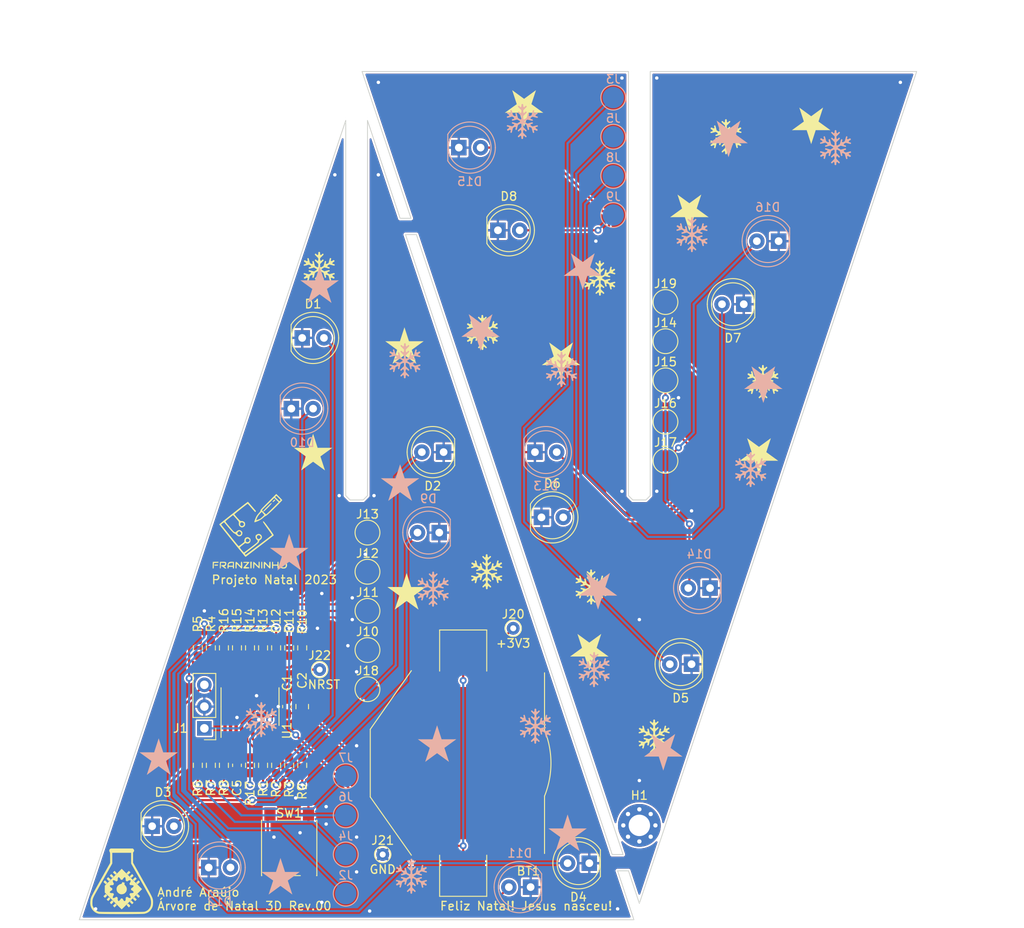
<source format=kicad_pcb>
(kicad_pcb (version 20221018) (generator pcbnew)
  (title_block (title "Projeto Natal 2023 - Árvore de Natal 3D") (date "2023-11-20") (rev "01") (company "Franzininho /  Mechatronix Lab") (comment 1 "Eng. André A. M. Araújo"))
  (layers (0 "F.Cu" signal) (31 "B.Cu" signal) (34 "B.Paste" user) (35 "F.Paste" user) (36 "B.SilkS" user "B.Silkscreen") (37 "F.SilkS" user "F.Silkscreen") (38 "B.Mask" user) (39 "F.Mask" user) (44 "Edge.Cuts" user))
  (net 0 "")
  (net 1 "+3V3")
  (net 2 "GND")
  (net 3 "LED1")
  (net 4 "Net-(U1-NRST{slash}PD7)")
  (net 5 "LED2")
  (net 6 "SWIO")
  (net 7 "LED3")
  (net 8 "Net-(U1-OSC_IN{slash}PA1)")
  (net 9 "LED4")
  (net 10 "Net-(U1-OSC_OUT{slash}PA2)")
  (net 11 "LED5")
  (net 12 "Net-(U1-PD0)")
  (net 13 "LED6")
  (net 14 "Net-(U1-PC3)")
  (net 15 "LED7")
  (net 16 "Net-(U1-PC4)")
  (net 17 "LED8")
  (net 18 "Net-(U1-PC5)")
  (net 19 "LED9")
  (net 20 "Net-(U1-PC6)")
  (net 21 "LED10")
  (net 22 "Net-(U1-PC7)")
  (net 23 "Net-(U1-PC0)")
  (net 24 "LED11")
  (net 25 "Net-(U1-PD2)")
  (net 26 "LED12")
  (net 27 "Net-(U1-PD3)")
  (net 28 "LED13")
  (net 29 "Net-(U1-PD4)")
  (net 30 "LED14")
  (net 31 "Net-(U1-PD5)")
  (net 32 "LED15")
  (net 33 "Net-(U1-PD6)")
  (net 34 "LED16")
  (net 35 "Net-(U1-PC1)")
  (net 36 "Net-(U1-PC2)")
  (net 37 "Net-(D5-A)")
  (net 38 "Net-(D6-A)")
  (net 39 "Net-(D7-A)")
  (net 40 "Net-(D8-A)")
  (net 41 "Net-(D13-A)")
  (net 42 "Net-(D14-A)")
  (net 43 "Net-(D15-A)")
  (net 44 "Net-(D16-A)")
  (footprint "TestPoint:TestPoint_Pad_D2.5mm" (layer "F.Cu") (at 185.928 78.994)
    (fp_text reference "J16")
    (fp_text value "TestPoint")
  )
  (footprint "Resistor_SMD:R_0603_1608Metric_Pad0.98x0.95mm_HandSolder" (layer "F.Cu") (at 137.414 119.126 90)
    (fp_text reference "R17")
    (fp_text value "10K")
  )
  (footprint "LED_THT:LED_D5.0mm" (layer "F.Cu") (at 143.505 69.215)
    (fp_text reference "D1")
    (fp_text value "LED R")
  )
  (footprint "LOGO" (layer "F.Cu") (at 178.308 62.23)
    (fp_text reference "G***" hide)
    (fp_text value "LOGO" hide)
  )
  (footprint "Resistor_SMD:R_0603_1608Metric_Pad0.98x0.95mm_HandSolder" (layer "F.Cu") (at 135.89 105.41 90)
    (fp_text reference "R15")
    (fp_text value "1K")
  )
  (footprint "TestPoint:TestPoint_Pad_D2.5mm" (layer "F.Cu") (at 151.13 105.664)
    (fp_text reference "J10")
    (fp_text value "TestPoint")
  )
  (footprint "LED_THT:LED_D5.0mm" (layer "F.Cu") (at 125.984 126.238)
    (fp_text reference "D3")
    (fp_text value "LED B")
  )
  (footprint "Capacitor_SMD:C_0603_1608Metric_Pad1.08x0.95mm_HandSolder" (layer "F.Cu") (at 141.732 112.268 -90)
    (fp_text reference "C1")
    (fp_text value "100nF")
  )
  (footprint "LOGO" (layer "F.Cu") (at 155.702 98.806)
    (fp_text reference "G***" hide)
    (fp_text value "LOGO" hide)
  )
  (footprint "Resistor_SMD:R_0603_1608Metric_Pad0.98x0.95mm_HandSolder" (layer "F.Cu") (at 141.986 105.41 90)
    (fp_text reference "R11")
    (fp_text value "1K")
  )
  (footprint "LED_THT:LED_D5.0mm" (layer "F.Cu") (at 195.072 65.278 180)
    (fp_text reference "D7")
    (fp_text value "LED B")
  )
  (footprint "LOGO" (layer "F.Cu") (at 202.946 44.45 180)
    (fp_text reference "G***" hide)
    (fp_text value "LOGO" hide)
  )
  (footprint "TestPoint:TestPoint_Pad_D2.5mm" (layer "F.Cu") (at 151.13 110.236)
    (fp_text reference "J18")
    (fp_text value "TestPoint")
  )
  (footprint "Resistor_SMD:R_0603_1608Metric_Pad0.98x0.95mm_HandSolder" (layer "F.Cu") (at 134.366 105.41 90)
    (fp_text reference "R16")
    (fp_text value "1K")
  )
  (footprint "Resistor_SMD:R_0603_1608Metric_Pad0.98x0.95mm_HandSolder" (layer "F.Cu") (at 134.366 119.126 90)
    (fp_text reference "R8")
    (fp_text value "1K")
  )
  (footprint "Battery:BatteryHolder_Keystone_3002_1x2032" (layer "F.Cu") (at 162.306 118.872 -90)
    (fp_text reference "BT1")
    (fp_text value "Battery_Cell")
  )
  (footprint "TestPoint:TestPoint_Pad_D2.5mm" (layer "F.Cu") (at 185.928 74.168)
    (fp_text reference "J15")
    (fp_text value "TestPoint")
  )
  (footprint "LOGO" (layer "F.Cu") (at 184.658 115.824)
    (fp_text reference "G***" hide)
    (fp_text value "LOGO" hide)
  )
  (footprint "TestPoint:TestPoint_THTPad_D1.5mm_Drill0.7mm" (layer "F.Cu") (at 145.542 107.95)
    (fp_text reference "J22")
    (fp_text value "NRST")
  )
  (footprint "Resistor_SMD:R_0603_1608Metric_Pad0.98x0.95mm_HandSolder" (layer "F.Cu") (at 132.842 105.41 -90)
    (fp_text reference "R4")
    (fp_text value "1K")
  )
  (footprint "Resistor_SMD:R_0603_1608Metric_Pad0.98x0.95mm_HandSolder" (layer "F.Cu") (at 138.938 105.41 90)
    (fp_text reference "R13")
    (fp_text value "1K")
  )
  (footprint "Resistor_SMD:R_0603_1608Metric_Pad0.98x0.95mm_HandSolder" (layer "F.Cu") (at 131.318 119.126 90)
    (fp_text reference "R6")
    (fp_text value "1K")
  )
  (footprint "LED_THT:LED_D5.0mm" (layer "F.Cu") (at 166.365 56.642)
    (fp_text reference "D8")
    (fp_text value "LED Y")
  )
  (footprint "TestPoint:TestPoint_Pad_D2.5mm" (layer "F.Cu") (at 151.13 101.092)
    (fp_text reference "J11")
    (fp_text value "TestPoint")
  )
  (footprint "LOGO" (layer "F.Cu") (at 164.592 68.58)
    (fp_text reference "G***" hide)
    (fp_text value "LOGO" hide)
  )
  (footprint "LED_THT:LED_D5.0mm" (layer "F.Cu") (at 177.038 130.556 180)
    (fp_text reference "D4")
    (fp_text value "LED Y")
  )
  (footprint "LED_THT:LED_D5.0mm" (layer "F.Cu") (at 160.02 82.55 180)
    (fp_text reference "D2")
    (fp_text value "LED G")
  )
  (footprint "LOGO" (layer "F.Cu") (at 177.038 105.918 180)
    (fp_text reference "G***" hide)
    (fp_text value "LOGO" hide)
  )
  (footprint "LED_THT:LED_D5.0mm" (layer "F.Cu") (at 171.45 90.17)
    (fp_text reference "D6")
    (fp_text value "LED G")
  )
  (footprint "Button_Switch_SMD:SW_Push_1P1T_NO_6x6mm_H9.5mm" (layer "F.Cu") (at 141.986 128.778 -90)
    (fp_text reference "SW1")
    (fp_text value "SW_Push")
  )
  (footprint "Resistor_SMD:R_0603_1608Metric_Pad0.98x0.95mm_HandSolder" (layer "F.Cu") (at 138.938 119.126 90)
    (fp_text reference "R1")
    (fp_text value "1K")
  )
  (footprint "TestPoint:TestPoint_Pad_D2.5mm" (layer "F.Cu") (at 151.13 96.52)
    (fp_text reference "J12")
    (fp_text value "TestPoint")
  )
  (footprint "Connector_PinHeader_2.54mm:PinHeader_1x03_P2.54mm_Vertical" (layer "F.Cu") (at 132.08 114.808 180)
    (fp_text reference "J1")
    (fp_text value "Conn_01x03_Pin")
  )
  (footprint "Resistor_SMD:R_0603_1608Metric_Pad0.98x0.95mm_HandSolder" (layer "F.Cu") (at 140.462 105.41 90)
    (fp_text reference "R12")
    (fp_text value "1K")
  )
  (footprint "LOGO" (layer "F.Cu") (at 137.414 91.948)
    (fp_text reference "G***" hide)
    (fp_text value "LOGO" hide)
  )
  (footprint "LOGO" (layer "F.Cu") (at 188.722 54.61 180)
    (fp_text reference "G***" hide)
    (fp_text value "LOGO" hide)
  )
  (footprint "LOGO" (layer "F.Cu") (at 145.542 61.214)
    (fp_text reference "G***" hide)
    (fp_text value "LOGO" hide)
  )
  (footprint "TestPoint:TestPoint_Pad_D2.5mm" (layer "F.Cu") (at 185.928 69.596)
    (fp_text reference "J14")
    (fp_text value "TestPoint")
  )
  (footprint "Capacitor_SMD:C_0805_2012Metric_Pad1.18x1.45mm_HandSolder" (layer "F.Cu") (at 143.51 112.268 90)
    (fp_text reference "C2")
    (fp_text value "10uF")
  )
  (footprint "LOGO" (layer "F.Cu") (at 196.85 83.058 180)
    (fp_text reference "G***" hide)
    (fp_text value "LOGO" hide)
  )
  (footprint "Resistor_SMD:R_0603_1608Metric_Pad0.98x0.95mm_HandSolder" (layer "F.Cu") (at 131.318 105.41 -90)
    (fp_text reference "R5")
    (fp_text value "1K")
  )
  (footprint "LOGO" (layer "F.Cu") (at 155.448 70.104)
    (fp_text reference "G***" hide)
    (fp_text value "LOGO" hide)
  )
  (footprint "LOGO" (layer "F.Cu") (at 169.418 42.418 180)
    (fp_text reference "G***" hide)
    (fp_text value "LOGO" hide)
  )
  (footprint "LOGO" (layer "F.Cu") (at 173.736 71.882 180)
    (fp_text reference "G***" hide)
    (fp_text value "LOGO" hide)
  )
  (footprint "Package_SO:TSSOP-20_4.4x6.5mm_P0.65mm" (layer "F.Cu") (at 137.414 112.268 90)
    (fp_text reference "U1")
    (fp_text value "CH32V003F4P6")
  )
  (footprint "Resistor_SMD:R_0603_1608Metric_Pad0.98x0.95mm_HandSolder" (layer "F.Cu") (at 140.462 119.126 90)
    (fp_text reference "R2")
    (fp_text value "1K")
  )
  (footprint "Resistor_SMD:R_0603_1608Metric_Pad0.98x0.95mm_HandSolder" (layer "F.Cu") (at 141.986 119.126 90)
    (fp_text reference "R3")
    (fp_text value "1K")
  )
  (footprint "LOGO" (layer "F.Cu") (at 177.292 98.298)
    (fp_text reference "G***" hide)
    (fp_text value "LOGO" hide)
  )
  (footprint "Resistor_SMD:R_0603_1608Metric_Pad0.98x0.95mm_HandSolder" (layer "F.Cu") (at 132.842 119.126 90)
    (fp_text reference "R7")
    (fp_text value "1K")
  )
  (footprint "TestPoint:TestPoint_Pad_D2.5mm" (layer "F.Cu") (at 185.928 83.566)
    (fp_text reference "J17")
    (fp_text value "TestPoint")
  )
  (footprint "TestPoint:TestPoint_THTPad_D1.5mm_Drill0.7mm" (layer "F.Cu") (at 152.908 129.54)
    (fp_text reference "J21")
    (fp_text value "GND")
  )
  (footprint "TestPoint:TestPoint_Pad_D2.5mm" (layer "F.Cu") (at 185.928 65.024)
    (fp_text reference "J19")
    (fp_text value "TestPoint")
  )
  (footprint "Resistor_SMD:R_0603_1608Metric_Pad0.98x0.95mm_HandSolder" (layer "F.Cu") (at 143.51 119.126 -90)
    (fp_text reference "R9")
    (fp_text value "1K")
  )
  (footprint "LED_THT:LED_D5.0mm" (layer "F.Cu") (at 188.976 107.315 180)
    (fp_text reference "D5")
    (fp_text value "LED R")
  )
  (footprint "Resistor_SMD:R_0603_1608Metric_Pad0.98x0.95mm_HandSolder" (layer "F.Cu") (at 143.51 105.41 90)
    (fp_text reference "R10")
    (fp_text value "1K")
  )
  (footprint "LOGO" (layer "F.Cu") (at 193.04 45.72)
    (fp_text reference "G***" hide)
    (fp_text value "LOGO" hide)
  )
  (footprint "LOGO" (layer "F.Cu") (at 197.358 74.422)
    (fp_text reference "G***" hide)
    (fp_text value "LOGO" hide)
  )
  (footprint "TestPoint:TestPoint_THTPad_D1.5mm_Drill0.7mm" (layer "F.Cu") (at 168.148 103.124)
    (fp_text reference "J20")
    (fp_text value "+3V3")
  )
  (footprint "TestPoint:TestPoint_Pad_D2.5mm" (layer "F.Cu") (at 151.13 91.948)
    (fp_text reference "J13")
    (fp_text value "TestPoint")
  )
  (footprint "MountingHole:MountingHole_2.5mm_Pad_Via" (layer "F.Cu") (at 182.88 126.141)
    (fp_text reference "H1")
    (fp_text value "MountingHole")
  )
  (footprint "LOGO" (layer "F.Cu") (at 165.1 96.52)
    (fp_text reference "G***" hide)
    (fp_text value "LOGO" hide)
  )
  (footprint "Capacitor_SMD:C_0603_1608Metric_Pad1.08x0.95mm_HandSolder" (layer "F.Cu") (at 135.89 119.126 90)
    (fp_text reference "C5")
    (fp_text value "100nF")
  )
  (footprint "LOGO" (layer "F.Cu") (at 144.78 82.55)
    (fp_text reference "G***" hide)
    (fp_text value "LOGO" hide)
  )
  (footprint "LOGO" (layer "F.Cu") (at 122.428 133.096)
    (fp_text reference "G***" hide)
    (fp_text value "LOGO" hide)
  )
  (footprint "Resistor_SMD:R_0603_1608Metric_Pad0.98x0.95mm_HandSolder" (layer "F.Cu") (at 137.414 105.41 90)
    (fp_text reference "R14")
    (fp_text value "1K")
  )
  (footprint "LOGO" (layer "B.Cu") (at 177.546 107.95 180)
    (fp_text reference "G***" hide)
    (fp_text value "LOGO" hide)
  )
  (footprint "LOGO" (layer "B.Cu") (at 145.542 62.992 180)
    (fp_text reference "G***" hide)
    (fp_text value "LOGO" hide)
  )
  (footprint "LOGO" (layer "B.Cu") (at 126.746 118.11 180)
    (fp_text reference "G***" hide)
    (fp_text value "LOGO" hide)
  )
  (footprint "LOGO" (layer "B.Cu") (at 141.986 94.234 180)
    (fp_text reference "G***" hide)
    (fp_text value "LOGO" hide)
  )
  (footprint "TestPoint:TestPoint_Pad_D2.5mm" (layer "B.Cu") (at 179.832 54.864 180)
    (fp_text reference "J9")
    (fp_text value "TestPoint")
  )
  (footprint "LOGO" (layer "B.Cu") (at 205.74 46.99 180)
    (fp_text reference "G***" hide)
    (fp_text value "LOGO" hide)
  )
  (footprint "LOGO" (layer "B.Cu") (at 156.21 132.08 180)
    (fp_text reference "G***" hide)
    (fp_text value "LOGO" hide)
  )
  (footprint "LOGO" (layer "B.Cu") (at 159.258 116.586 180)
    (fp_text reference "G***" hide)
    (fp_text value "LOGO" hide)
  )
  (footprint "LOGO" (layer "B.Cu") (at 197.358 74.676)
    (fp_text reference "G***" hide)
    (fp_text value "LOGO" hide)
  )
  (footprint "LOGO" (layer "B.Cu") (at 185.674 117.602)
    (fp_text reference "G***" hide)
    (fp_text value "LOGO" hide)
  )
  (footprint "TestPoint:TestPoint_Pad_D2.5mm" (layer "B.Cu") (at 148.59 120.396 180)
    (fp_text reference "J7")
    (fp_text value "TestPoint")
  )
  (footprint "LOGO" (layer "B.Cu") (at 173.736 72.898 180)
    (fp_text reference "G***" hide)
    (fp_text value "LOGO" hide)
  )
  (footprint "TestPoint:TestPoint_Pad_D2.5mm" (layer "B.Cu") (at 148.59 124.968 180)
    (fp_text reference "J6")
    (fp_text value "TestPoint")
  )
  (footprint "LOGO" (layer "B.Cu") (at 155.448 71.882 180)
    (fp_text reference "G***" hide)
    (fp_text value "LOGO" hide)
  )
  (footprint "TestPoint:TestPoint_Pad_D2.5mm" (layer "B.Cu") (at 179.832 50.292 180)
    (fp_text reference "J8")
    (fp_text value "TestPoint")
  )
  (footprint "LED_THT:LED_D5.0mm" (layer "B.Cu") (at 170.688 82.55)
    (fp_text reference "D13")
    (fp_text value "LED R")
  )
  (footprint "LED_THT:LED_D5.0mm" (layer "B.Cu") (at 132.588 131.064)
    (fp_text reference "D12")
    (fp_text value "LED Y")
  )
  (footprint "LED_THT:LED_D5.0mm" (layer "B.Cu") (at 191.135 98.425 180)
    (fp_text reference "D14")
    (fp_text value "LED G")
  )
  (footprint "LOGO" (layer "B.Cu") (at 140.97 132.08 180)
    (fp_text reference "G***" hide)
    (fp_text value "LOGO" hide)
  )
  (footprint "TestPoint:TestPoint_Pad_D2.5mm" (layer "B.Cu") (at 148.59 129.54 180)
    (fp_text reference "J4")
    (fp_text value "TestPoint")
  )
  (footprint "LOGO" (layer "B.Cu") (at 195.834 84.582 180)
    (fp_text reference "G***" hide)
    (fp_text value "LOGO" hide)
  )
  (footprint "LED_THT:LED_D5.0mm" (layer "B.Cu") (at 199.141 57.912 180)
    (fp_text reference "D16")
    (fp_text value "LED Y")
  )
  (footprint "LED_THT:LED_D5.0mm" (layer "B.Cu") (at 161.798 46.99)
    (fp_text reference "D15")
    (fp_text value "LED B")
  )
  (footprint "TestPoint:TestPoint_Pad_D2.5mm" (layer "B.Cu") (at 148.59 134.112 180)
    (fp_text reference "J2")
    (fp_text value "TestPoint")
  )
  (footprint "LOGO" (layer "B.Cu") (at 158.75 98.552 180)
    (fp_text reference "G***" hide)
    (fp_text value "LOGO" hide)
  )
  (footprint "LOGO" (layer "B.Cu") (at 170.688 114.554 180)
    (fp_text reference "G***" hide)
    (fp_text value "LOGO" hide)
  )
  (footprint "LED_THT:LED_D5.0mm" (layer "B.Cu") (at 170.18 133.35 180)
    (fp_text reference "D11")
    (fp_text value "LED B")
  )
  (footprint "LOGO" (layer "B.Cu") (at 164.338 68.58)
    (fp_text reference "G***" hide)
    (fp_text value "LOGO" hide)
  )
  (footprint "LOGO" (layer "B.Cu") (at 169.164 43.942 180)
    (fp_text reference "G***" hide)
    (fp_text value "LOGO" hide)
  )
  (footprint "TestPoint:TestPoint_Pad_D2.5mm" (layer "B.Cu") (at 179.832 41.148 180)
    (fp_text reference "J3")
    (fp_text value "TestPoint")
  )
  (footprint "TestPoint:TestPoint_Pad_D2.5mm" (layer "B.Cu") (at 179.832 45.72 180)
    (fp_text reference "J5")
    (fp_text value "TestPoint")
  )
  (footprint "LED_THT:LED_D5.0mm" (layer "B.Cu") (at 142.24 77.47)
    (fp_text reference "D10")
    (fp_text value "LED G")
  )
  (footprint "LOGO" (layer "B.Cu") (at 174.498 127 180)
    (fp_text reference "G***" hide)
    (fp_text value "LOGO" hide)
  )
  (footprint "LOGO" (layer "B.Cu") (at 193.294 45.974)
    (fp_text reference "G***" hide)
    (fp_text value "LOGO" hide)
  )
  (footprint "LOGO" (layer "B.Cu") (at 154.94 86.106 180)
    (fp_text reference "G***" hide)
    (fp_text value "LOGO" hide)
  )
  (footprint "LOGO" (layer "B.Cu") (at 178.054 98.806)
    (fp_text reference "G***" hide)
    (fp_text value "LOGO" hide)
  )
  (footprint "LED_THT:LED_D5.0mm" (layer "B.Cu") (at 159.512 91.948 180)
    (fp_text reference "D9")
    (fp_text value "LED R")
  )
  (footprint "LOGO" (layer "B.Cu") (at 176.276 61.468)
    (fp_text reference "G***" hide)
    (fp_text value "LOGO" hide)
  )
  (footprint "LOGO" (layer "B.Cu") (at 188.976 57.15 180)
    (fp_text reference "G***" hide)
    (fp_text value "LOGO" hide)
  )
  (footprint "LOGO" (layer "B.Cu") (at 138.684 113.792 180)
    (fp_text reference "G***" hide)
    (fp_text value "LOGO" hide)
  )
  (gr_poly (pts (xy 155.575 57.15) (xy 156.845 57.15) (xy 180.975 129.54) (xy 179.705 129.54)) (stroke (width 0.1)) (fill none) (layer "Edge.Cuts"))
  (gr_poly (pts (xy 181.61 131.445) (xy 180.34 131.445) (xy 182.245 137.16) (xy 117.475 137.16) (xy 148.59 43.815) (xy 148.59 87.63) (xy 149.098 88.138) (xy 150.622 88.138) (xy 151.13 87.63) (xy 151.13 43.815) (xy 154.94 55.245) (xy 156.21 55.245) (xy 150.495 38.1) (xy 181.61 38.1) (xy 181.61 87.63) (xy 182.118 88.138) (xy 183.642 88.138) (xy 184.15 87.63) (xy 184.15 38.1) (xy 215.265 38.1) (xy 182.88 135.255)) (stroke (width 0.1)) (fill none) (layer "Edge.Cuts"))
  (gr_text "Feliz Natal! Jesus nasceu!" (at 159.512 136.144) (layer "F.SilkS") (effects (font (size 1 1)) (justify left bottom)))
  (gr_text "André Araújo\nÁrvore de Natal 3D Rev.00" (at 126.492 136.144) (layer "F.SilkS") (effects (font (size 1 1)) (justify left bottom)))
  (gr_text "Projeto Natal 2023" (at 132.842 98.044) (layer "F.SilkS") (effects (font (size 1 1)) (justify left bottom)))
  (segment (start 167.232 104.04) (end 168.148 103.124) (width 0.25) (layer "F.Cu") (net 1))
  (segment (start 163.068 104.04) (end 167.232 104.04) (width 0.25) (layer "F.Cu") (net 1))
  (segment (start 151.892 120.524396) (end 144.397604 113.03) (width 0.25) (layer "F.Cu") (net 1))
  (segment (start 140.462 113.03) (end 139.7 113.792) (width 0.25) (layer "F.Cu") (net 1))
  (segment (start 162.306 131.672) (end 162.306 128.524) (width 0.25) (layer "F.Cu") (net 1))
  (segment (start 151.892 122.682) (end 151.892 120.524396) (width 0.25) (layer "F.Cu") (net 1))
  (segment (start 139.689 113.803) (end 139.689 115.1305) (width 0.25) (layer "F.Cu") (net 1))
  (segment (start 162.306 109.22) (end 162.306 106.072) (width 0.25) (layer "F.Cu") (net 1))
  (segment (start 162.306 128.524) (end 157.734 128.524) (width 0.25) (layer "F.Cu") (net 1))
  (segment (start 137.414 121.412) (end 137.414 120.0385) (width 0.25) (layer "F.Cu") (net 1))
  (segment (start 157.734 128.524) (end 151.892 122.682) (width 0.25) (layer "F.Cu") (net 1))
  (segment (start 139.7 113.792) (end 139.689 113.803) (width 0.25) (layer "F.Cu") (net 1))
  (segment (start 144.397604 113.03) (end 140.462 113.03) (width 0.25) (layer "F.Cu") (net 1))
  (via (at 162.306 128.524) (size 0.8) (drill 0.4) (layers "F.Cu" "B.Cu") (net 1))
  (via (at 137.414 121.412) (size 0.8) (drill 0.4) (layers "F.Cu" "B.Cu") (net 1))
  (via (at 139.7 113.792) (size 0.8) (drill 0.4) (layers "F.Cu" "B.Cu") (net 1))
  (via (at 162.306 109.22) (size 0.8) (drill 0.4) (layers "F.Cu" "B.Cu") (net 1))
  (segment (start 138.938 113.03) (end 139.7 113.792) (width 0.25) (layer "B.Cu") (net 1))
  (segment (start 162.306 128.524) (end 162.306 109.22) (width 0.25) (layer "B.Cu") (net 1))
  (segment (start 132.08 114.808) (end 136.144 114.808) (width 0.25) (layer "B.Cu") (net 1))
  (segment (start 137.922 113.03) (end 138.938 113.03) (width 0.25) (layer "B.Cu") (net 1))
  (segment (start 137.414 121.412) (end 137.414 116.078) (width 0.25) (layer "B.Cu") (net 1))
  (segment (start 137.414 116.078) (end 139.7 113.792) (width 0.25) (layer "B.Cu") (net 1))
  (segment (start 136.144 114.808) (end 137.922 113.03) (width 0.25) (layer "B.Cu") (net 1))
  (segment (start 143.256 111.2305) (end 143.5315 111.506) (width 0.25) (layer "F.Cu") (net 2))
  (segment (start 142.24 73.396) (end 142.24 85.344) (width 0.25) (layer "F.Cu") (net 2))
  (segment (start 140.716 111.506) (end 142.9805 111.506) (width 0.25) (layer "F.Cu") (net 2))
  (segment (start 169.164 136.144) (end 170.18 135.128) (width 0.25) (layer "F.Cu") (net 2))
  (segment (start 170.688 82.55) (end 170.688 64.262) (width 0.25) (layer "F.Cu") (net 2))
  (segment (start 146.055 89.159) (end 156.967 89.159) (width 0.25) (layer "F.Cu") (net 2))
  (segment (start 199.141 59.7485) (end 199.141 57.912) (width 0.25) (layer "F.Cu") (net 2))
  (segment (start 132.588 133.604) (end 135.128 136.144) (width 0.25) (layer "F.Cu") (net 2))
  (segment (start 154.686 57.15) (end 155.194 56.642) (width 0.25) (layer "F.Cu") (net 2))
  (segment (start 143.505 69.215) (end 143.505 72.131) (width 0.25) (layer "F.Cu") (net 2))
  (segment (start 195.072 63.8175) (end 199.141 59.7485) (width 0.25) (layer "F.Cu") (net 2))
  (segment (start 143.5315 111.506) (end 143.7855 111.252) (width 0.25) (layer "F.Cu") (net 2))
  (segment (start 151.13 110.236) (end 150.114 111.252) (width 0.25) (layer "F.Cu") (net 2))
  (segment (start 170.688 85.598) (end 171.45 86.36) (width 0.25) (layer "F.Cu") (net 2))
  (segment (start 162.56 115.47) (end 162.46 115.57) (width 0.25) (layer "F.Cu") (net 2))
  (segment (start 158.237 89.159) (end 156.967 89.159) (width 0.25) (layer "F.Cu") (net 2))
  (segment (start 191.135 98.425) (end 191.135 96.139) (width 0.25) (layer "F.Cu") (net 2))
  (segment (start 177.038 126.238) (end 176.022 125.222) (width 0.25) (layer "F.Cu") (net 2))
  (segment (start 135.128 136.144) (end 151.384 136.144) (width 0.25) (layer "F.Cu") (net 2))
  (segment (start 151.384 136.144) (end 169.164 136.144) (width 0.25) (layer "F.Cu") (net 2))
  (segment (start 191.135 102.489) (end 191.135 98.425) (width 0.25) (layer "F.Cu") (net 2))
  (segment (start 151.13 110.236) (end 159.512 101.854) (width 0.25) (layer "F.Cu") (net 2))
  (segment (start 195.072 65.278) (end 195.072 63.8175) (width 0.25) (layer "F.Cu") (net 2))
  (segment (start 177.038 130.556) (end 177.038 126.238) (width 0.25) (layer "F.Cu") (net 2))
  (segment (start 160.02 80.518) (end 154.686 75.184) (width 0.25) (layer "F.Cu") (net 2))
  (segment (start 149.352 115.57) (end 145.034 111.252) (width 0.25) (layer "F.Cu") (net 2))
  (segment (start 143.505 72.131) (end 142.24 73.396) (width 0.25) (layer "F.Cu") (net 2))
  (segment (start 195.072 67.564) (end 195.072 65.278) (width 0.25) (layer "F.Cu") (net 2))
  (segment (start 154.686 75.184) (end 154.686 57.15) (width 0.25) (layer "F.Cu") (net 2))
  (segment (start 188.976 107.315) (end 188.976 104.648) (width 0.25) (layer "F.Cu") (net 2))
  (segment (start 150.114 111.252) (end 143.7855 111.252) (width 0.25) (layer "F.Cu") (net 2))
  (segment (start 138.43 113.792) (end 140.716 111.506) (width 0.25) (layer "F.Cu") (net 2))
  (segment (start 191.262 70.358) (end 189.992 69.088) (width 0.25) (layer "F.Cu") (net 2))
  (segment (start 171.704 125.222) (end 171.704 124.714) (width 0.25) (layer "F.Cu") (net 2))
  (segment (start 180.34 96.012) (end 175.514 96.012) (width 0.25) (layer "F.Cu") (net 2))
  (segment (start 171.704 129.794) (end 171.704 125.222) (width 0.25) (layer "F.Cu") (net 2))
  (segment (start 159.512 90.424) (end 159.512 91.948) (width 0.25) (layer "F.Cu") (net 2))
  (segment (start 193.548 69.088) (end 195.072 67.564) (width 0.25) (layer "F.Cu") (net 2))
  (segment (start 191.135 96.139) (end 191.262 96.012) (width 0.25) (layer "F.Cu") (net 2))
  (segment (start 171.704 124.714) (end 162.56 115.57) (width 0.25) (layer "F.Cu") (net 2))
  (segment (start 160.02 82.55) (end 160.02 87.376) (width 0.25) (layer "F.Cu") (net 2))
  (segment (start 170.688 82.55) (end 170.688 85.598) (width 0.25) (layer "F.Cu") (net 2))
  (segment (start 159.512 101.854) (end 159.512 91.948) (width 0.25) (layer "F.Cu") (net 2))
  (segment (start 189.992 69.088) (end 188.087 67.183) (width 0.25) (layer "F.Cu") (net 2))
  (segment (start 156.967 89.159) (end 158.247 89.159) (width 0.25) (layer "F.Cu") (net 2))
  (segment (start 166.365 54.097) (end 161.798 49.53) (width 0.25) (layer "F.Cu") (net 2))
  (segment (start 170.688 64.262) (end 166.365 59.939) (width 0.25) (layer "F.Cu") (net 2))
  (segment (start 191.262 96.012) (end 191.262 70.358) (width 0.25) (layer "F.Cu") (net 2))
  (segment (start 170.18 135.128) (end 170.18 133.35) (width 0.25) (layer "F.Cu") (net 2))
  (segment (start 160.02 82.55) (end 160.02 80.518) (width 0.25) (layer "F.Cu") (net 2))
  (segment (start 171.45 91.948) (end 171.45 90.17) (width 0.25) (layer "F.Cu") (net 2))
  (segment (start 142.24 85.344) (end 146.055 89.159) (width 0.25) (layer "F.Cu") (net 2))
  (segment (start 158.247 89.159) (end 159.512 90.424) (width 0.25) (layer "F.Cu") (net 2))
  (segment (start 162.56 115.57) (end 162.56 115.47) (width 0.25) (layer "F.Cu") (net 2))
  (segment (start 185.928 65.024) (end 188.087 67.183) (width 0.25) (layer "F.Cu") (net 2))
  (segment (start 170.18 133.35) (end 170.18 131.318) (width 0.25) (layer "F.Cu") (net 2))
  (segment (start 138.389 113.833) (end 138.43 113.792) (width 0.25) (layer "F.Cu") (net 2))
  (segment (start 188.976 104.648) (end 191.135 102.489) (width 0.25) (layer "F.Cu") (net 2))
  (segment (start 135.89 121.412) (end 135.89 119.9885) (width 0.25) (layer "F.Cu") (net 2))
  (segment (start 170.18 131.318) (end 171.704 129.794) (width 0.25) (layer "F.Cu") (net 2))
  (segment (start 166.365 59.939) (end 166.365 54.097) (width 0.25) (layer "F.Cu") (net 2))
  (segment (start 162.46 115.57) (end 149.352 115.57) (width 0.25) (layer "F.Cu") (net 2))
  (segment (start 171.45 86.36) (end 171.45 90.17) (width 0.25) (layer "F.Cu") (net 2))
  (segment (start 176.022 125.222) (end 171.704 125.222) (width 0.25) (layer "F.Cu") (net 2))
  (segment (start 155.194 56.642) (end 166.365 56.642) (width 0.25) (layer "F.Cu") (net 2))
  (segment (start 175.514 96.012) (end 171.45 91.948) (width 0.25) (layer "F.Cu") (net 2))
  (segment (start 132.588 131.064) (end 132.588 133.604) (width 0.25) (layer "F.Cu") (net 2))
  (segment (start 138.389 115.1305) (end 138.389 113.833) (width 0.25) (layer "F.Cu") (net 2))
  (segment (start 160.02 87.376) (end 158.237 89.159) (width 0.25) (layer "F.Cu") (net 2))
  (segment (start 161.798 49.53) (end 161.798 46.99) (width 0.25) (layer "F.Cu") (net 2))
  (segment (start 145.034 111.252) (end 143.7855 111.252) (width 0.25) (layer "F.Cu") (net 2))
  (segment (start 189.992 69.088) (end 193.548 69.088) (width 0.25) (layer "F.Cu") (net 2))
  (segment (start 188.976 104.648) (end 180.34 96.012) (width 0.25) (layer "F.Cu") (net 2))
  (segment (start 142.9805 111.506) (end 143.256 111.2305) (width 0.25) (layer "F.Cu") (net 2))
  (via (at 142.748 122.936) (size 0.8) (drill 0.4) (layers "F.Cu" "B.Cu") (net 2))
  (via (at 119.38 135.89) (size 0.8) (drill 0.4) (layers "F.Cu" "B.Cu") (net 2))
  (via (at 182.88 102.108) (size 0.8) (drill 0.4) (layers "F.Cu" "B.Cu") (net 2))
  (via (at 149.86 127.508) (size 0.8) (drill 0.4) (layers "F.Cu" "B.Cu") (net 2))
  (via (at 149.86 131.572) (size 0.8) (drill 0.4) (layers "F.Cu" "B.Cu") (net 2))
  (via (at 147.32 50.165) (size 0.8) (drill 0.4) (layers "F.Cu" "B.Cu") (net 2))
  (via (at 151.384 136.144) (size 0.8) (drill 0.4) (layers "F.Cu" "B.Cu") (net 2))
  (via (at 180.852299 87.122) (size 0.8) (drill 0.4) (layers "F.Cu" "B.Cu") (net 2))
  (via (at 138.43 113.792) (size 0.8) (drill 0.4) (layers "F.Cu" "B.Cu") (net 2))
  (via (at 149.352 102.108) (size 0.8) (drill 0.4) (layers "F.Cu" "B.Cu") (net 2))
  (via (at 132.08 101.092) (size 0.8) (drill 0.4) (layers "F.Cu" "B.Cu") (net 2))
  (via (at 143.256 127) (size 0.8) (drill 0.4) (layers "F.Cu" "B.Cu") (net 2))
  (via (at 140.716 112.268) (size 0.8) (drill 0.4) (layers "F.Cu" "B.Cu") (net 2))
  (via (at 138.176 110.998) (size 0.8) (drill 0.4) (layers "F.Cu" "B.Cu") (net 2))
  (via (at 149.86 116.84) (size 0.8) (drill 0.4) (layers "F.Cu" "B.Cu") (net 2))
  (via (at 145.796 135.128) (size 0.8) (drill 0.4) (layers "F.Cu" "B.Cu") (net 2))
  (via (at 146.304 123.952) (size 0.8) (drill 0.4) (layers "F.Cu" "B.Cu") (net 2))
  (via (at 184.912 38.862) (size 0.8) (drill 0.4) (layers "F.Cu" "B.Cu") (net 2))
  (via (at 152.4 39.37) (size 0.8) (drill 0.4) (layers "F.Cu" "B.Cu") (net 2))
  (via (at 145.796 99.06) (size 0.8) (drill 0.4) (layers "F.Cu" "B.Cu") (net 2))
  (via (at 149.86 108.204) (size 0.8) (drill 0.4) (layers "F.Cu" "B.Cu") (net 2))
  (via (at 182.88 120.904) (size 0.8) (drill 0.4) (layers "F.Cu" "B.Cu") (net 2))
  (via (at 140.208 127.508) (size 0.8) (drill 0.4) (layers "F.Cu" "B.Cu") (net 2))
  (via (at 147.828 87.63) (size 0.8) (drill 0.4) (layers "F.Cu" "B.Cu") (net 2))
  (via (at 187.452 76.2) (size 0.8) (drill 0.4) (layers "F.Cu" "B.Cu") (net 2))
  (via (at 149.352 99.568) (size 0.8) (drill 0.4) (layers "F.Cu" "B.Cu") (net 2))
  (via (at 184.912 87.122) (size 0.8) (drill 0.4) (layers "F.Cu" "B.Cu") (net 2))
  (via (at 148.844 105.156) (size 0.8) (drill 0.4) (layers "F.Cu" "B.Cu") (net 2))
  (via (at 188.976 89.408) (size 0.8) (drill 0.4) (layers "F.Cu" "B.Cu") (net 2))
  (via (at 180.34 135.89) (size 0.8) (drill 0.4) (layers "F.Cu" "B.Cu") (net 2))
  (via (at 146.304 125.984) (size 0.8) (drill 0.4) (layers "F.Cu" "B.Cu") (net 2))
  (via (at 177.8 57.912) (size 0.8) (drill 0.4) (layers "F.Cu" "B.Cu") (net 2))
  (via (at 135.89 113.538) (size 0.8) (drill 0.4) (layers "F.Cu" "B.Cu") (net 2))
  (via (at 213.36 39.37) (size 0.8) (drill 0.4) (layers "F.Cu" "B.Cu") (net 2))
  (via (at 151.892 87.63) (size 0.8) (drill 0.4) (layers "F.Cu" "B.Cu") (net 2))
  (via (at 180.848 38.862) (size 0.8) (drill 0.4) (layers "F.Cu" "B.Cu") (net 2))
  (via (at 152.4 50.165) (size 0.8) (drill 0.4) (layers "F.Cu" "B.Cu") (net 2))
  (via (at 142.24 98.552) (size 0.8) (drill 0.4) (layers "F.Cu" "B.Cu") (net 2))
  (via (at 135.89 121.412) (size 0.8) (drill 0.4) (layers "F.Cu" "B.Cu") (net 2))
  (via (at 150.876 94.488) (size 0.8) (drill 0.4) (layers "F.Cu" "B.Cu") (net 2))
  (via (at 145.288 103.124) (size 0.8) (drill 0.4) (layers "F.Cu" "B.Cu") (net 2))
  (segment (start 135.89 121.412) (end 135.89 116.332) (width 0.25) (layer "B.Cu") (net 2))
  (segment (start 135.89 116.332) (end 138.43 113.792) (width 0.25) (layer "B.Cu") (net 2))
  (segment (start 138.938 120.0385) (end 138.938 121.412) (width 0.25) (layer "F.Cu") (net 3))
  (via (at 138.938 121.412) (size 0.8) (drill 0.4) (layers "F.Cu" "B.Cu") (net 3))
  (segment (start 138.938 121.412) (end 147.066 113.284) (width 0.25) (layer "B.Cu") (net 3))
  (segment (start 147.066 113.284) (end 147.066 70.236) (width 0.25) (layer "B.Cu") (net 3))
  (segment (start 147.066 70.236) (end 146.045 69.215) (width 0.25) (layer "B.Cu") (net 3))
  (segment (start 136.439 117.561) (end 135.89 118.11) (width 0.25) (layer "F.Cu") (net 4))
  (segment (start 140.716 110.998) (end 143.764 107.95) (width 0.25) (layer "F.Cu") (net 4))
  (segment (start 143.764 107.95) (end 145.542 107.95) (width 0.25) (layer "F.Cu") (net 4))
  (segment (start 137.414 118.2135) (end 135.94 118.2135) (width 0.25) (layer "F.Cu") (net 4))
  (segment (start 139.7 110.998) (end 140.716 110.998) (width 0.25) (layer "F.Cu") (net 4))
  (segment (start 136.439 114.259) (end 139.7 110.998) (width 0.25) (layer "F.Cu") (net 4))
  (segment (start 136.439 115.1305) (end 136.439 114.259) (width 0.25) (layer "F.Cu") (net 4))
  (segment (start 135.94 118.2135) (end 135.89 118.2635) (width 0.25) (layer "F.Cu") (net 4))
  (segment (start 135.89 118.11) (end 135.89 118.2635) (width 0.25) (layer "F.Cu") (net 4))
  (segment (start 136.439 115.1305) (end 136.439 117.561) (width 0.25) (layer "F.Cu") (net 4))
  (segment (start 140.462 120.0385) (end 140.462 121.412) (width 0.25) (layer "F.Cu") (net 5))
  (via (at 140.462 121.412) (size 0.8) (drill 0.4) (layers "F.Cu" "B.Cu") (net 5))
  (segment (start 157.353 82.55) (end 157.48 82.55) (width 0.25) (layer "B.Cu") (net 5))
  (segment (start 154.432 107.442) (end 154.432 85.471) (width 0.25) (layer "B.Cu") (net 5))
  (segment (start 154.432 85.471) (end 157.353 82.55) (width 0.25) (layer "B.Cu") (net 5))
  (segment (start 140.462 121.412) (end 154.432 107.442) (width 0.25) (layer "B.Cu") (net 5))
  (segment (start 124.46 124.714) (end 124.46 127.508) (width 0.25) (layer "F.Cu") (net 6))
  (segment (start 124.968 128.016) (end 139.483 128.016) (width 0.25) (layer "F.Cu") (net 6))
  (segment (start 135.789 110.591) (end 135.636 110.744) (width 0.25) (layer "F.Cu") (net 6))
  (segment (start 139.483 128.016) (end 139.483 125.056) (width 0.25) (layer "F.Cu") (net 6))
  (segment (start 129.794 112.014) (end 129.794 119.38) (width 0.25) (layer "F.Cu") (net 6))
  (segment (start 139.483 132.5) (end 139.736 132.753) (width 0.25) (layer "F.Cu") (net 6))
  (segment (start 135.789 109.4055) (end 135.789 110.591) (width 0.25) (layer "F.Cu") (net 6))
  (segment (start 139.483 125.056) (end 139.483 132.5) (width 0.25) (layer "F.Cu") (net 6))
  (segment (start 139.736 124.803) (end 139.483 125.056) (width 0.25) (layer "F.Cu") (net 6))
  (segment (start 132.08 109.728) (end 129.794 112.014) (width 0.25) (layer "F.Cu") (net 6))
  (segment (start 133.096 110.744) (end 132.08 109.728) (width 0.25) (layer "F.Cu") (net 6))
  (segment (start 129.794 119.38) (end 124.46 124.714) (width 0.25) (layer "F.Cu") (net 6))
  (segment (start 135.636 110.744) (end 133.096 110.744) (width 0.25) (layer "F.Cu") (net 6))
  (segment (start 124.46 127.508) (end 124.968 128.016) (width 0.25) (layer "F.Cu") (net 6))
  (segment (start 141.986 121.412) (end 141.986 120.0385) (width 0.25) (layer "F.Cu") (net 7))
  (segment (start 131.572 123.19) (end 137.668 123.19) (width 0.25) (layer "F.Cu") (net 7))
  (segment (start 128.524 126.238) (end 131.572 123.19) (width 0.25) (layer "F.Cu") (net 7))
  (via (at 137.668 123.19) (size 0.8) (drill 0.4) (layers "F.Cu" "B.Cu") (net 7))
  (via (at 141.986 121.412) (size 0.8) (drill 0.4) (layers "F.Cu" "B.Cu") (net 7))
  (segment (start 137.668 123.19) (end 140.208 123.19) (width 0.25) (layer "B.Cu") (net 7))
  (segment (start 140.208 123.19) (end 141.986 121.412) (width 0.25) (layer "B.Cu") (net 7))
  (segment (start 138.938 118.11) (end 138.938 118.2135) (width 0.25) (layer "F.Cu") (net 8))
  (segment (start 138.684 117.856) (end 138.684 118.11) (width 0.25) (layer "F.Cu") (net 8))
  (segment (start 137.089 116.261) (end 138.684 117.856) (width 0.25) (layer "F.Cu") (net 8))
  (segment (start 137.089 115.1305) (end 137.089 116.261) (width 0.25) (layer "F.Cu") (net 8))
  (segment (start 132.842 104.4975) (end 132.842 103.378) (width 0.25) (layer "F.Cu") (net 9))
  (segment (start 132.842 103.378) (end 132.08 102.616) (width 0.25) (layer "F.Cu") (net 9))
  (via (at 132.08 102.616) (size 0.8) (drill 0.4) (layers "F.Cu" "B.Cu") (net 9))
  (segment (start 155.702 130.556) (end 174.498 130.556) (width 0.25) (layer "B.Cu") (net 9))
  (segment (start 134.874 136.144) (end 150.114 136.144) (width 0.25) (layer "B.Cu") (net 9))
  (segment (start 131.064 132.334) (end 134.874 136.144) (width 0.25) (layer "B.Cu") (net 9))
  (segment (start 132.08 102.616) (end 132.08 104.14) (width 0.25) (layer "B.Cu") (net 9))
  (segment (start 132.08 104.14) (end 128.016 108.204) (width 0.25) (layer "B.Cu") (net 9))
  (segment (start 128.016 122.936) (end 131.064 125.984) (width 0.25) (layer "B.Cu") (net 9))
  (segment (start 131.064 125.984) (end 131.064 132.334) (width 0.25) (layer "B.Cu") (net 9))
  (segment (start 150.114 136.144) (end 155.702 130.556) (width 0.25) (layer "B.Cu") (net 9))
  (segment (start 128.016 108.204) (end 128.016 122.936) (width 0.25) (layer "B.Cu") (net 9))
  (segment (start 137.739 115.1305) (end 137.739 116.084802) (width 0.25) (layer "F.Cu") (net 10))
  (segment (start 137.739 116.084802) (end 139.002198 117.348) (width 0.25) (layer "F.Cu") (net 10))
  (segment (start 140.462 118.11) (end 140.462 118.2135) (width 0.25) (layer "F.Cu") (net 10))
  (segment (start 139.7 117.348) (end 140.462 118.11) (width 0.25) (layer "F.Cu") (net 10))
  (segment (start 139.002198 117.348) (end 139.7 117.348) (width 0.25) (layer "F.Cu") (net 10))
  (segment (start 130.302 108.966) (end 130.302 105.5135) (width 0.25) (layer "F.Cu") (net 11))
  (segment (start 130.302 105.5135) (end 131.318 104.4975) (width 0.25) (layer "F.Cu") (net 11))
  (via (at 130.302 108.966) (size 0.8) (drill 0.4) (layers "F.Cu" "B.Cu") (net 11))
  (segment (start 140.97 126.492) (end 148.59 134.112) (width 0.25) (layer "B.Cu") (net 11))
  (segment (start 130.302 108.966) (end 130.302 121.92) (width 0.25) (layer "B.Cu") (net 11))
  (segment (start 134.874 126.492) (end 140.97 126.492) (width 0.25) (layer "B.Cu") (net 11))
  (segment (start 130.302 121.92) (end 134.874 126.492) (width 0.25) (layer "B.Cu") (net 11))
  (segment (start 139.7 116.84) (end 140.716 116.84) (width 0.25) (layer "F.Cu") (net 12))
  (segment (start 141.986 118.11) (end 141.986 118.2135) (width 0.25) (layer "F.Cu") (net 12))
  (segment (start 139.039 116.179) (end 139.7 116.84) (width 0.25) (layer "F.Cu") (net 12))
  (segment (start 139.039 115.1305) (end 139.039 116.179) (width 0.25) (layer "F.Cu") (net 12))
  (segment (start 140.716 116.84) (end 141.986 118.11) (width 0.25) (layer "F.Cu") (net 12))
  (segment (start 131.318 120.0385) (end 131.318 121.412) (width 0.25) (layer "F.Cu") (net 13))
  (via (at 131.318 121.412) (size 0.8) (drill 0.4) (layers "F.Cu" "B.Cu") (net 13))
  (segment (start 144.78 125.73) (end 148.59 129.54) (width 0.25) (layer "B.Cu") (net 13))
  (segment (start 135.636 125.73) (end 144.78 125.73) (width 0.25) (layer "B.Cu") (net 13))
  (segment (start 131.318 121.412) (end 135.636 125.73) (width 0.25) (layer "B.Cu") (net 13))
  (segment (start 139.039 107.7455) (end 140.462 106.3225) (width 0.25) (layer "F.Cu") (net 14))
  (segment (start 139.039 109.4055) (end 139.039 107.7455) (width 0.25) (layer "F.Cu") (net 14))
  (segment (start 132.842 120.0385) (end 132.842 121.412) (width 0.25) (layer "F.Cu") (net 15))
  (via (at 132.842 121.412) (size 0.8) (drill 0.4) (layers "F.Cu" "B.Cu") (net 15))
  (segment (start 136.398 124.968) (end 148.59 124.968) (width 0.25) (layer "B.Cu") (net 15))
  (segment (start 132.842 121.412) (end 136.398 124.968) (width 0.25) (layer "B.Cu") (net 15))
  (segment (start 138.389 106.8715) (end 138.938 106.3225) (width 0.25) (layer "F.Cu") (net 16))
  (segment (start 138.389 109.4055) (end 138.389 106.8715) (width 0.25) (layer "F.Cu") (net 16))
  (segment (start 134.366 120.0385) (end 134.366 121.412) (width 0.25) (layer "F.Cu") (net 17))
  (via (at 134.366 121.412) (size 0.8) (drill 0.4) (layers "F.Cu" "B.Cu") (net 17))
  (segment (start 144.78 124.206) (end 148.59 120.396) (width 0.25) (layer "B.Cu") (net 17))
  (segment (start 137.16 124.206) (end 144.78 124.206) (width 0.25) (layer "B.Cu") (net 17))
  (segment (start 134.366 121.412) (end 137.16 124.206) (width 0.25) (layer "B.Cu") (net 17))
  (segment (start 137.739 109.4055) (end 137.739 106.6475) (width 0.25) (layer "F.Cu") (net 18))
  (segment (start 137.739 106.6475) (end 137.414 106.3225) (width 0.25) (layer "F.Cu") (net 18))
  (segment (start 137.414 106.3225) (end 137.597 106.1395) (width 0.25) (layer "F.Cu") (net 18))
  (segment (start 137.597 106.1395) (end 137.739 106.1395) (width 0.25) (layer "F.Cu") (net 18))
  (segment (start 143.51 120.0385) (end 143.51 121.412) (width 0.25) (layer "F.Cu") (net 19))
  (via (at 143.51 121.412) (size 0.8) (drill 0.4) (layers "F.Cu" "B.Cu") (net 19))
  (segment (start 143.51 121.412) (end 155.702 109.22) (width 0.25) (layer "B.Cu") (net 19))
  (segment (start 155.702 109.22) (end 155.702 93.218) (width 0.25) (layer "B.Cu") (net 19))
  (segment (start 155.702 93.218) (end 156.972 91.948) (width 0.25) (layer "B.Cu") (net 19))
  (segment (start 135.89 106.426) (end 135.89 106.3225) (width 0.25) (layer "F.Cu") (net 20))
  (segment (start 137.089 107.625) (end 135.89 106.426) (width 0.25) (layer "F.Cu") (net 20))
  (segment (start 137.089 109.4055) (end 137.089 107.625) (width 0.25) (layer "F.Cu") (net 20))
  (segment (start 143.51 104.4975) (end 143.51 103.124) (width 0.25) (layer "F.Cu") (net 21))
  (via (at 143.51 103.124) (size 0.8) (drill 0.4) (layers "F.Cu" "B.Cu") (net 21))
  (segment (start 143.51 103.124) (end 143.51 78.74) (width 0.25) (layer "B.Cu") (net 21))
  (segment (start 143.51 78.74) (end 144.78 77.47) (width 0.25) (layer "B.Cu") (net 21))
  (segment (start 136.439 109.4055) (end 136.439 108.499) (width 0.25) (layer "F.Cu") (net 22))
  (segment (start 134.366 106.426) (end 134.366 106.3225) (width 0.25) (layer "F.Cu") (net 22))
  (segment (start 136.439 108.499) (end 134.366 106.426) (width 0.25) (layer "F.Cu") (net 22))
  (segment (start 140.716 116.332) (end 141.686747 116.332) (width 0.25) (layer "F.Cu") (net 23))
  (segment (start 140.339 115.955) (end 140.716 116.332) (width 0.25) (layer "F.Cu") (net 23))
  (segment (start 140.339 115.1305) (end 140.339 115.955) (width 0.25) (layer "F.Cu") (net 23))
  (segment (start 141.686747 116.332) (end 143.256 117.901253) (width 0.25) (layer "F.Cu") (net 23))
  (segment (start 143.256 117.901253) (end 143.256 118.2135) (width 0.25) (layer "F.Cu") (net 23))
  (segment (start 156.21 129.032) (end 142.748 115.57) (width 0.25) (layer "F.Cu") (net 24))
  (segment (start 141.986 103.124) (end 141.986 104.4975) (width 0.25) (layer "F.Cu") (net 24))
  (segment (start 167.64 133.35) (end 165.862 135.128) (width 0.25) (layer "F.Cu") (net 24))
  (segment (start 165.862 135.128) (end 159.258 135.128) (width 0.25) (layer "F.Cu") (net 24))
  (segment (start 156.21 132.08) (end 156.21 129.032) (width 0.25) (layer "F.Cu") (net 24))
  (segment (start 159.258 135.128) (end 156.21 132.08) (width 0.25) (layer "F.Cu") (net 24))
  (via (at 141.986 103.124) (size 0.8) (drill 0.4) (layers "F.Cu" "B.Cu") (net 24))
  (via (at 142.748 115.57) (size 0.8) (drill 0.4) (layers "F.Cu" "B.Cu") (net 24))
  (segment (start 141.986 114.808) (end 141.986 103.124) (width 0.25) (layer "B.Cu") (net 24))
  (segment (start 142.748 115.57) (end 141.986 114.808) (width 0.25) (layer "B.Cu") (net 24))
  (segment (start 132.842 106.934) (end 132.842 106.3225) (width 0.25) (layer "F.Cu") (net 25))
  (segment (start 135.139 109.4055) (end 135.139 108.469) (width 0.25) (layer "F.Cu") (net 25))
  (segment (start 133.096 107.188) (end 132.842 106.934) (width 0.25) (layer "F.Cu") (net 25))
  (segment (start 135.139 108.469) (end 133.858 107.188) (width 0.25) (layer "F.Cu") (net 25))
  (segment (start 133.858 107.188) (end 133.096 107.188) (width 0.25) (layer "F.Cu") (net 25))
  (segment (start 140.462 103.124) (end 140.462 104.4975) (width 0.25) (layer "F.Cu") (net 26))
  (via (at 140.462 103.124) (size 0.8) (drill 0.4) (layers "F.Cu" "B.Cu") (net 26))
  (segment (start 129.032 108.458) (end 134.366 103.124) (width 0.25) (layer "B.Cu") (net 26))
  (segment (start 129.032 122.301) (end 129.032 108.458) (width 0.25) (layer "B.Cu") (net 26))
  (segment (start 135.128 131.064) (end 135.128 128.397) (width 0.25) (layer "B.Cu") (net 26))
  (segment (start 135.128 128.397) (end 129.032 122.301) (width 0.25) (layer "B.Cu") (net 26))
  (segment (start 134.366 103.124) (end 140.462 103.124) (width 0.25) (layer "B.Cu") (net 26))
  (segment (start 133.604 107.696) (end 132.6915 107.696) (width 0.25) (layer "F.Cu") (net 27))
  (segment (start 134.489 108.581) (end 133.604 107.696) (width 0.25) (layer "F.Cu") (net 27))
  (segment (start 134.489 109.4055) (end 134.489 108.581) (width 0.25) (layer "F.Cu") (net 27))
  (segment (start 132.6915 107.696) (end 131.318 106.3225) (width 0.25) (layer "F.Cu") (net 27))
  (segment (start 138.938 103.378) (end 140.462 101.854) (width 0.25) (layer "F.Cu") (net 28))
  (segment (start 140.462 101.854) (end 147.32 101.854) (width 0.25) (layer "F.Cu") (net 28))
  (segment (start 138.938 104.4975) (end 138.938 103.378) (width 0.25) (layer "F.Cu") (net 28))
  (segment (start 147.32 101.854) (end 151.13 105.664) (width 0.25) (layer "F.Cu") (net 28))
  (segment (start 134.489 115.1305) (end 134.489 116.209) (width 0.25) (layer "F.Cu") (net 29))
  (segment (start 133.858 116.84) (end 132.588 116.84) (width 0.25) (layer "F.Cu") (net 29))
  (segment (start 132.588 116.84) (end 131.2145 118.2135) (width 0.25) (layer "F.Cu") (net 29))
  (segment (start 134.489 116.209) (end 133.858 116.84) (width 0.25) (layer "F.Cu") (net 29))
  (segment (start 131.2145 118.2135) (end 131.064 118.2135) (width 0.25) (layer "F.Cu") (net 29))
  (segment (start 137.414 103.378) (end 139.7 101.092) (width 0.25) (layer "F.Cu") (net 30))
  (segment (start 137.414 104.4975) (end 137.414 103.378) (width 0.25) (layer "F.Cu") (net 30))
  (segment (start 139.7 101.092) (end 151.13 101.092) (width 0.25) (layer "F.Cu") (net 30))
  (segment (start 133.610041 117.348) (end 132.744541 118.2135) (width 0.25) (layer "F.Cu") (net 31))
  (segment (start 134.366 117.348) (end 133.610041 117.348) (width 0.25) (layer "F.Cu") (net 31))
  (segment (start 135.139 116.575) (end 134.366 117.348) (width 0.25) (layer "F.Cu") (net 31))
  (segment (start 132.998541 118.2135) (end 132.842 118.2135) (width 0.25) (layer "F.Cu") (net 31))
  (segment (start 135.139 115.1305) (end 135.139 116.575) (width 0.25) (layer "F.Cu") (net 31))
  (segment (start 147.32 100.33) (end 151.13 96.52) (width 0.25) (layer "F.Cu") (net 32))
  (segment (start 138.938 100.33) (end 147.32 100.33) (width 0.25) (layer "F.Cu") (net 32))
  (segment (start 135.89 104.4975) (end 135.89 103.378) (width 0.25) (layer "F.Cu") (net 32))
  (segment (start 135.89 103.378) (end 138.938 100.33) (width 0.25) (layer "F.Cu") (net 32))
  (segment (start 135.789 115.1305) (end 135.789 116.73875) (width 0.25) (layer "F.Cu") (net 33))
  (segment (start 135.789 116.73875) (end 134.31425 118.2135) (width 0.25) (layer "F.Cu") (net 33))
  (segment (start 134.31425 118.2135) (end 134.112 118.2135) (width 0.25) (layer "F.Cu") (net 33))
  (segment (start 134.366 103.378) (end 138.176 99.568) (width 0.25) (layer "F.Cu") (net 34))
  (segment (start 143.51 99.568) (end 151.13 91.948) (width 0.25) (layer "F.Cu") (net 34))
  (segment (start 138.176 99.568) (end 143.51 99.568) (width 0.25) (layer "F.Cu") (net 34))
  (segment (start 134.366 104.4975) (end 134.366 103.378) (width 0.25) (layer "F.Cu") (net 34))
  (segment (start 140.339 109.4055) (end 140.339 108.581) (width 0.25) (layer "F.Cu") (net 35))
  (segment (start 140.339 108.581) (end 141.224 107.696) (width 0.25) (layer "F.Cu") (net 35))
  (segment (start 141.224 107.696) (end 142.1365 107.696) (width 0.25) (layer "F.Cu") (net 35))
  (segment (start 142.1365 107.696) (end 143.51 106.3225) (width 0.25) (layer "F.Cu") (net 35))
  (segment (start 141.8355 106.3225) (end 141.986 106.3225) (width 0.25) (layer "F.Cu") (net 36))
  (segment (start 139.689 109.4055) (end 139.689 108.469) (width 0.25) (layer "F.Cu") (net 36))
  (segment (start 139.689 108.469) (end 141.8355 106.3225) (width 0.25) (layer "F.Cu") (net 36))
  (segment (start 169.418 90.678) (end 169.418 79.756) (width 0.25) (layer "B.Cu") (net 37))
  (segment (start 174.498 74.676) (end 174.498 46.482) (width 0.25) (layer "B.Cu") (net 37))
  (segment (start 186.436 107.315) (end 186.055 107.315) (width 0.25) (layer "B.Cu") (net 37))
  (segment (start 169.418 79.756) (end 174.498 74.676) (width 0.25) (layer "B.Cu") (net 37))
  (segment (start 174.498 46.482) (end 179.832 41.148) (width 0.25) (layer "B.Cu") (net 37))
  (segment (start 186.055 107.315) (end 169.418 90.678) (width 0.25) (layer "B.Cu") (net 37))
  (segment (start 175.514 88.646) (end 175.514 50.038) (width 0.25) (layer "B.Cu") (net 38))
  (segment (start 175.514 50.038) (end 179.832 45.72) (width 0.25) (layer "B.Cu") (net 38))
  (segment (start 173.99 90.17) (end 175.514 88.646) (width 0.25) (layer "B.Cu") (net 38))
  (segment (start 176.53 85.09) (end 176.53 53.594) (width 0.25) (layer "B.Cu") (net 39))
  (segment (start 192.532 89.027) (end 189.103 92.456) (width 0.25) (layer "B.Cu") (net 39))
  (segment (start 183.896 92.456) (end 176.53 85.09) (width 0.25) (layer "B.Cu") (net 39))
  (segment (start 189.103 92.456) (end 183.896 92.456) (width 0.25) (layer "B.Cu") (net 39))
  (segment (start 192.532 65.278) (end 192.532 89.027) (width 0.25) (layer "B.Cu") (net 39))
  (segment (start 176.53 53.594) (end 179.832 50.292) (width 0.25) (layer "B.Cu") (net 39))
  (segment (start 178.054 56.642) (end 169.032 56.642) (width 0.25) (layer "F.Cu") (net 40))
  (segment (start 169.032 56.642) (end 168.905 56.515) (width 0.25) (layer "F.Cu") (net 40))
  (via (at 178.054 56.642) (size 0.8) (drill 0.4) (layers "F.Cu" "B.Cu") (net 40))
  (segment (start 179.832 54.864) (end 178.054 56.642) (width 0.25) (layer "B.Cu") (net 40))
  (segment (start 189.992 86.614) (end 186.182 90.424) (width 0.25) (layer "F.Cu") (net 41))
  (segment (start 181.102 90.424) (end 173.228 82.55) (width 0.25) (layer "F.Cu") (net 41))
  (segment (start 185.928 69.596) (end 189.992 73.66) (width 0.25) (layer "F.Cu") (net 41))
  (segment (start 189.992 73.66) (end 189.992 86.614) (width 0.25) (layer "F.Cu") (net 41))
  (segment (start 186.182 90.424) (end 181.102 90.424) (width 0.25) (layer "F.Cu") (net 41))
  (segment (start 188.722 90.932) (end 188.722 98.298) (width 0.25) (layer "F.Cu") (net 42))
  (segment (start 188.722 98.298) (end 188.595 98.425) (width 0.25) (layer "F.Cu") (net 42))
  (segment (start 185.928 74.168) (end 185.928 76.2) (width 0.25) (layer "F.Cu") (net 42))
  (via (at 185.928 76.2) (size 0.8) (drill 0.4) (layers "F.Cu" "B.Cu") (net 42))
  (via (at 188.722 90.932) (size 0.8) (drill 0.4) (layers "F.Cu" "B.Cu") (net 42))
  (segment (start 185.928 88.138) (end 185.928 76.2) (width 0.25) (layer "B.Cu") (net 42))
  (segment (start 188.722 90.932) (end 185.928 88.138) (width 0.25) (layer "B.Cu") (net 42))
  (segment (start 188.468 86.614) (end 185.928 89.154) (width 0.25) (layer "F.Cu") (net 43))
  (segment (start 171.196 46.99) (end 164.338 46.99) (width 0.25) (layer "F.Cu") (net 43))
  (segment (start 188.468 81.534) (end 188.468 86.614) (width 0.25) (layer "F.Cu") (net 43))
  (segment (start 179.324 55.118) (end 171.196 46.99) (width 0.25) (layer "F.Cu") (net 43))
  (segment (start 179.324 87.122) (end 179.324 55.118) (width 0.25) (layer "F.Cu") (net 43))
  (segment (start 181.356 89.154) (end 179.324 87.122) (width 0.25) (layer "F.Cu") (net 43))
  (segment (start 185.928 78.994) (end 188.468 81.534) (width 0.25) (layer "F.Cu") (net 43))
  (segment (start 185.928 89.154) (end 181.356 89.154) (width 0.25) (layer "F.Cu") (net 43))
  (segment (start 185.928 83.566) (end 187.452 82.042) (width 0.25) (layer "F.Cu") (net 44))
  (via (at 187.452 82.042) (size 0.8) (drill 0.4) (layers "F.Cu" "B.Cu") (net 44))
  (segment (start 196.596 57.912) (end 196.601 57.912) (width 0.25) (layer "B.Cu") (net 44))
  (segment (start 189.23 80.264) (end 189.23 65.278) (width 0.25) (layer "B.Cu") (net 44))
  (segment (start 187.452 82.042) (end 189.23 80.264) (width 0.25) (layer "B.Cu") (net 44))
  (segment (start 189.23 65.278) (end 196.596 57.912) (width 0.25) (layer "B.Cu") (net 44))
  (zone (net 2) (net_name "GND") (layers "F&B.Cu") (connect_pads (clearance 0.2032)) (min_thickness 0.2032) (fill yes (thermal_gap 0.254) (thermal_bridge_width 0.254) (smoothing fillet))
    (polygon (pts (xy 216.535 137.795) (xy 116.205 137.795) (xy 116.205 37.465) (xy 216.535 37.4904)))
  )
)
</source>
